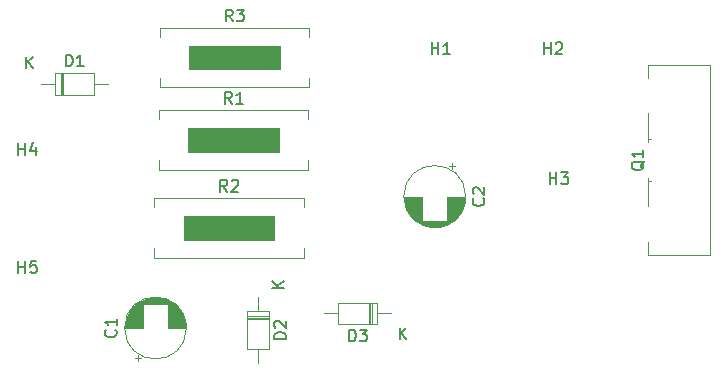
<source format=gbr>
%TF.GenerationSoftware,KiCad,Pcbnew,9.0.4*%
%TF.CreationDate,2025-09-20T20:44:59-07:00*%
%TF.ProjectId,SSTC,53535443-2e6b-4696-9361-645f70636258,rev?*%
%TF.SameCoordinates,Original*%
%TF.FileFunction,Legend,Top*%
%TF.FilePolarity,Positive*%
%FSLAX46Y46*%
G04 Gerber Fmt 4.6, Leading zero omitted, Abs format (unit mm)*
G04 Created by KiCad (PCBNEW 9.0.4) date 2025-09-20 20:44:59*
%MOMM*%
%LPD*%
G01*
G04 APERTURE LIST*
%ADD10C,0.150000*%
%ADD11C,0.120000*%
G04 APERTURE END LIST*
D10*
X-273390419Y-224711554D02*
X-273342800Y-224759173D01*
X-273342800Y-224759173D02*
X-273295180Y-224902030D01*
X-273295180Y-224902030D02*
X-273295180Y-224997268D01*
X-273295180Y-224997268D02*
X-273342800Y-225140125D01*
X-273342800Y-225140125D02*
X-273438038Y-225235363D01*
X-273438038Y-225235363D02*
X-273533276Y-225282982D01*
X-273533276Y-225282982D02*
X-273723752Y-225330601D01*
X-273723752Y-225330601D02*
X-273866609Y-225330601D01*
X-273866609Y-225330601D02*
X-274057085Y-225282982D01*
X-274057085Y-225282982D02*
X-274152323Y-225235363D01*
X-274152323Y-225235363D02*
X-274247561Y-225140125D01*
X-274247561Y-225140125D02*
X-274295180Y-224997268D01*
X-274295180Y-224997268D02*
X-274295180Y-224902030D01*
X-274295180Y-224902030D02*
X-274247561Y-224759173D01*
X-274247561Y-224759173D02*
X-274199942Y-224711554D01*
X-274199942Y-224330601D02*
X-274247561Y-224282982D01*
X-274247561Y-224282982D02*
X-274295180Y-224187744D01*
X-274295180Y-224187744D02*
X-274295180Y-223949649D01*
X-274295180Y-223949649D02*
X-274247561Y-223854411D01*
X-274247561Y-223854411D02*
X-274199942Y-223806792D01*
X-274199942Y-223806792D02*
X-274104704Y-223759173D01*
X-274104704Y-223759173D02*
X-274009466Y-223759173D01*
X-274009466Y-223759173D02*
X-273866609Y-223806792D01*
X-273866609Y-223806792D02*
X-273295180Y-224378220D01*
X-273295180Y-224378220D02*
X-273295180Y-223759173D01*
X-268261904Y-212504819D02*
X-268261904Y-211504819D01*
X-268261904Y-211981009D02*
X-267690476Y-211981009D01*
X-267690476Y-212504819D02*
X-267690476Y-211504819D01*
X-267261904Y-211600057D02*
X-267214285Y-211552438D01*
X-267214285Y-211552438D02*
X-267119047Y-211504819D01*
X-267119047Y-211504819D02*
X-266880952Y-211504819D01*
X-266880952Y-211504819D02*
X-266785714Y-211552438D01*
X-266785714Y-211552438D02*
X-266738095Y-211600057D01*
X-266738095Y-211600057D02*
X-266690476Y-211695295D01*
X-266690476Y-211695295D02*
X-266690476Y-211790533D01*
X-266690476Y-211790533D02*
X-266738095Y-211933390D01*
X-266738095Y-211933390D02*
X-267309523Y-212504819D01*
X-267309523Y-212504819D02*
X-266690476Y-212504819D01*
X-267761904Y-223504819D02*
X-267761904Y-222504819D01*
X-267761904Y-222981009D02*
X-267190476Y-222981009D01*
X-267190476Y-223504819D02*
X-267190476Y-222504819D01*
X-266809523Y-222504819D02*
X-266190476Y-222504819D01*
X-266190476Y-222504819D02*
X-266523809Y-222885771D01*
X-266523809Y-222885771D02*
X-266380952Y-222885771D01*
X-266380952Y-222885771D02*
X-266285714Y-222933390D01*
X-266285714Y-222933390D02*
X-266238095Y-222981009D01*
X-266238095Y-222981009D02*
X-266190476Y-223076247D01*
X-266190476Y-223076247D02*
X-266190476Y-223314342D01*
X-266190476Y-223314342D02*
X-266238095Y-223409580D01*
X-266238095Y-223409580D02*
X-266285714Y-223457200D01*
X-266285714Y-223457200D02*
X-266380952Y-223504819D01*
X-266380952Y-223504819D02*
X-266666666Y-223504819D01*
X-266666666Y-223504819D02*
X-266761904Y-223457200D01*
X-266761904Y-223457200D02*
X-266809523Y-223409580D01*
X-277761904Y-212504819D02*
X-277761904Y-211504819D01*
X-277761904Y-211981009D02*
X-277190476Y-211981009D01*
X-277190476Y-212504819D02*
X-277190476Y-211504819D01*
X-276190476Y-212504819D02*
X-276761904Y-212504819D01*
X-276476190Y-212504819D02*
X-276476190Y-211504819D01*
X-276476190Y-211504819D02*
X-276571428Y-211647676D01*
X-276571428Y-211647676D02*
X-276666666Y-211742914D01*
X-276666666Y-211742914D02*
X-276761904Y-211790533D01*
X-259729942Y-221545238D02*
X-259777561Y-221640476D01*
X-259777561Y-221640476D02*
X-259872800Y-221735714D01*
X-259872800Y-221735714D02*
X-260015657Y-221878571D01*
X-260015657Y-221878571D02*
X-260063276Y-221973809D01*
X-260063276Y-221973809D02*
X-260063276Y-222069047D01*
X-259825180Y-222021428D02*
X-259872800Y-222116666D01*
X-259872800Y-222116666D02*
X-259968038Y-222211904D01*
X-259968038Y-222211904D02*
X-260158514Y-222259523D01*
X-260158514Y-222259523D02*
X-260491847Y-222259523D01*
X-260491847Y-222259523D02*
X-260682323Y-222211904D01*
X-260682323Y-222211904D02*
X-260777561Y-222116666D01*
X-260777561Y-222116666D02*
X-260825180Y-222021428D01*
X-260825180Y-222021428D02*
X-260825180Y-221830952D01*
X-260825180Y-221830952D02*
X-260777561Y-221735714D01*
X-260777561Y-221735714D02*
X-260682323Y-221640476D01*
X-260682323Y-221640476D02*
X-260491847Y-221592857D01*
X-260491847Y-221592857D02*
X-260158514Y-221592857D01*
X-260158514Y-221592857D02*
X-259968038Y-221640476D01*
X-259968038Y-221640476D02*
X-259872800Y-221735714D01*
X-259872800Y-221735714D02*
X-259825180Y-221830952D01*
X-259825180Y-221830952D02*
X-259825180Y-222021428D01*
X-259825180Y-220640476D02*
X-259825180Y-221211904D01*
X-259825180Y-220926190D02*
X-260825180Y-220926190D01*
X-260825180Y-220926190D02*
X-260682323Y-221021428D01*
X-260682323Y-221021428D02*
X-260587085Y-221116666D01*
X-260587085Y-221116666D02*
X-260539466Y-221211904D01*
X-294606666Y-209714819D02*
X-294939999Y-209238628D01*
X-295178094Y-209714819D02*
X-295178094Y-208714819D01*
X-295178094Y-208714819D02*
X-294797142Y-208714819D01*
X-294797142Y-208714819D02*
X-294701904Y-208762438D01*
X-294701904Y-208762438D02*
X-294654285Y-208810057D01*
X-294654285Y-208810057D02*
X-294606666Y-208905295D01*
X-294606666Y-208905295D02*
X-294606666Y-209048152D01*
X-294606666Y-209048152D02*
X-294654285Y-209143390D01*
X-294654285Y-209143390D02*
X-294701904Y-209191009D01*
X-294701904Y-209191009D02*
X-294797142Y-209238628D01*
X-294797142Y-209238628D02*
X-295178094Y-209238628D01*
X-294273332Y-208714819D02*
X-293654285Y-208714819D01*
X-293654285Y-208714819D02*
X-293987618Y-209095771D01*
X-293987618Y-209095771D02*
X-293844761Y-209095771D01*
X-293844761Y-209095771D02*
X-293749523Y-209143390D01*
X-293749523Y-209143390D02*
X-293701904Y-209191009D01*
X-293701904Y-209191009D02*
X-293654285Y-209286247D01*
X-293654285Y-209286247D02*
X-293654285Y-209524342D01*
X-293654285Y-209524342D02*
X-293701904Y-209619580D01*
X-293701904Y-209619580D02*
X-293749523Y-209667200D01*
X-293749523Y-209667200D02*
X-293844761Y-209714819D01*
X-293844761Y-209714819D02*
X-294130475Y-209714819D01*
X-294130475Y-209714819D02*
X-294225713Y-209667200D01*
X-294225713Y-209667200D02*
X-294273332Y-209619580D01*
X-295076666Y-224134819D02*
X-295409999Y-223658628D01*
X-295648094Y-224134819D02*
X-295648094Y-223134819D01*
X-295648094Y-223134819D02*
X-295267142Y-223134819D01*
X-295267142Y-223134819D02*
X-295171904Y-223182438D01*
X-295171904Y-223182438D02*
X-295124285Y-223230057D01*
X-295124285Y-223230057D02*
X-295076666Y-223325295D01*
X-295076666Y-223325295D02*
X-295076666Y-223468152D01*
X-295076666Y-223468152D02*
X-295124285Y-223563390D01*
X-295124285Y-223563390D02*
X-295171904Y-223611009D01*
X-295171904Y-223611009D02*
X-295267142Y-223658628D01*
X-295267142Y-223658628D02*
X-295648094Y-223658628D01*
X-294695713Y-223230057D02*
X-294648094Y-223182438D01*
X-294648094Y-223182438D02*
X-294552856Y-223134819D01*
X-294552856Y-223134819D02*
X-294314761Y-223134819D01*
X-294314761Y-223134819D02*
X-294219523Y-223182438D01*
X-294219523Y-223182438D02*
X-294171904Y-223230057D01*
X-294171904Y-223230057D02*
X-294124285Y-223325295D01*
X-294124285Y-223325295D02*
X-294124285Y-223420533D01*
X-294124285Y-223420533D02*
X-294171904Y-223563390D01*
X-294171904Y-223563390D02*
X-294743332Y-224134819D01*
X-294743332Y-224134819D02*
X-294124285Y-224134819D01*
X-294676666Y-216684819D02*
X-295009999Y-216208628D01*
X-295248094Y-216684819D02*
X-295248094Y-215684819D01*
X-295248094Y-215684819D02*
X-294867142Y-215684819D01*
X-294867142Y-215684819D02*
X-294771904Y-215732438D01*
X-294771904Y-215732438D02*
X-294724285Y-215780057D01*
X-294724285Y-215780057D02*
X-294676666Y-215875295D01*
X-294676666Y-215875295D02*
X-294676666Y-216018152D01*
X-294676666Y-216018152D02*
X-294724285Y-216113390D01*
X-294724285Y-216113390D02*
X-294771904Y-216161009D01*
X-294771904Y-216161009D02*
X-294867142Y-216208628D01*
X-294867142Y-216208628D02*
X-295248094Y-216208628D01*
X-293724285Y-216684819D02*
X-294295713Y-216684819D01*
X-294009999Y-216684819D02*
X-294009999Y-215684819D01*
X-294009999Y-215684819D02*
X-294105237Y-215827676D01*
X-294105237Y-215827676D02*
X-294200475Y-215922914D01*
X-294200475Y-215922914D02*
X-294295713Y-215970533D01*
X-284753094Y-236814819D02*
X-284753094Y-235814819D01*
X-284753094Y-235814819D02*
X-284514999Y-235814819D01*
X-284514999Y-235814819D02*
X-284372142Y-235862438D01*
X-284372142Y-235862438D02*
X-284276904Y-235957676D01*
X-284276904Y-235957676D02*
X-284229285Y-236052914D01*
X-284229285Y-236052914D02*
X-284181666Y-236243390D01*
X-284181666Y-236243390D02*
X-284181666Y-236386247D01*
X-284181666Y-236386247D02*
X-284229285Y-236576723D01*
X-284229285Y-236576723D02*
X-284276904Y-236671961D01*
X-284276904Y-236671961D02*
X-284372142Y-236767200D01*
X-284372142Y-236767200D02*
X-284514999Y-236814819D01*
X-284514999Y-236814819D02*
X-284753094Y-236814819D01*
X-283848332Y-235814819D02*
X-283229285Y-235814819D01*
X-283229285Y-235814819D02*
X-283562618Y-236195771D01*
X-283562618Y-236195771D02*
X-283419761Y-236195771D01*
X-283419761Y-236195771D02*
X-283324523Y-236243390D01*
X-283324523Y-236243390D02*
X-283276904Y-236291009D01*
X-283276904Y-236291009D02*
X-283229285Y-236386247D01*
X-283229285Y-236386247D02*
X-283229285Y-236624342D01*
X-283229285Y-236624342D02*
X-283276904Y-236719580D01*
X-283276904Y-236719580D02*
X-283324523Y-236767200D01*
X-283324523Y-236767200D02*
X-283419761Y-236814819D01*
X-283419761Y-236814819D02*
X-283705475Y-236814819D01*
X-283705475Y-236814819D02*
X-283800713Y-236767200D01*
X-283800713Y-236767200D02*
X-283848332Y-236719580D01*
X-280466904Y-236644819D02*
X-280466904Y-235644819D01*
X-279895476Y-236644819D02*
X-280324047Y-236073390D01*
X-279895476Y-235644819D02*
X-280466904Y-236216247D01*
X-290095180Y-236593094D02*
X-291095180Y-236593094D01*
X-291095180Y-236593094D02*
X-291095180Y-236354999D01*
X-291095180Y-236354999D02*
X-291047561Y-236212142D01*
X-291047561Y-236212142D02*
X-290952323Y-236116904D01*
X-290952323Y-236116904D02*
X-290857085Y-236069285D01*
X-290857085Y-236069285D02*
X-290666609Y-236021666D01*
X-290666609Y-236021666D02*
X-290523752Y-236021666D01*
X-290523752Y-236021666D02*
X-290333276Y-236069285D01*
X-290333276Y-236069285D02*
X-290238038Y-236116904D01*
X-290238038Y-236116904D02*
X-290142800Y-236212142D01*
X-290142800Y-236212142D02*
X-290095180Y-236354999D01*
X-290095180Y-236354999D02*
X-290095180Y-236593094D01*
X-290999942Y-235640713D02*
X-291047561Y-235593094D01*
X-291047561Y-235593094D02*
X-291095180Y-235497856D01*
X-291095180Y-235497856D02*
X-291095180Y-235259761D01*
X-291095180Y-235259761D02*
X-291047561Y-235164523D01*
X-291047561Y-235164523D02*
X-290999942Y-235116904D01*
X-290999942Y-235116904D02*
X-290904704Y-235069285D01*
X-290904704Y-235069285D02*
X-290809466Y-235069285D01*
X-290809466Y-235069285D02*
X-290666609Y-235116904D01*
X-290666609Y-235116904D02*
X-290095180Y-235688332D01*
X-290095180Y-235688332D02*
X-290095180Y-235069285D01*
X-290265180Y-232306904D02*
X-291265180Y-232306904D01*
X-290265180Y-231735476D02*
X-290836609Y-232164047D01*
X-291265180Y-231735476D02*
X-290693752Y-232306904D01*
X-308728094Y-213534819D02*
X-308728094Y-212534819D01*
X-308728094Y-212534819D02*
X-308489999Y-212534819D01*
X-308489999Y-212534819D02*
X-308347142Y-212582438D01*
X-308347142Y-212582438D02*
X-308251904Y-212677676D01*
X-308251904Y-212677676D02*
X-308204285Y-212772914D01*
X-308204285Y-212772914D02*
X-308156666Y-212963390D01*
X-308156666Y-212963390D02*
X-308156666Y-213106247D01*
X-308156666Y-213106247D02*
X-308204285Y-213296723D01*
X-308204285Y-213296723D02*
X-308251904Y-213391961D01*
X-308251904Y-213391961D02*
X-308347142Y-213487200D01*
X-308347142Y-213487200D02*
X-308489999Y-213534819D01*
X-308489999Y-213534819D02*
X-308728094Y-213534819D01*
X-307204285Y-213534819D02*
X-307775713Y-213534819D01*
X-307489999Y-213534819D02*
X-307489999Y-212534819D01*
X-307489999Y-212534819D02*
X-307585237Y-212677676D01*
X-307585237Y-212677676D02*
X-307680475Y-212772914D01*
X-307680475Y-212772914D02*
X-307775713Y-212820533D01*
X-312061904Y-213704819D02*
X-312061904Y-212704819D01*
X-311490476Y-213704819D02*
X-311919047Y-213133390D01*
X-311490476Y-212704819D02*
X-312061904Y-213276247D01*
X-312761904Y-231004819D02*
X-312761904Y-230004819D01*
X-312761904Y-230481009D02*
X-312190476Y-230481009D01*
X-312190476Y-231004819D02*
X-312190476Y-230004819D01*
X-311238095Y-230004819D02*
X-311714285Y-230004819D01*
X-311714285Y-230004819D02*
X-311761904Y-230481009D01*
X-311761904Y-230481009D02*
X-311714285Y-230433390D01*
X-311714285Y-230433390D02*
X-311619047Y-230385771D01*
X-311619047Y-230385771D02*
X-311380952Y-230385771D01*
X-311380952Y-230385771D02*
X-311285714Y-230433390D01*
X-311285714Y-230433390D02*
X-311238095Y-230481009D01*
X-311238095Y-230481009D02*
X-311190476Y-230576247D01*
X-311190476Y-230576247D02*
X-311190476Y-230814342D01*
X-311190476Y-230814342D02*
X-311238095Y-230909580D01*
X-311238095Y-230909580D02*
X-311285714Y-230957200D01*
X-311285714Y-230957200D02*
X-311380952Y-231004819D01*
X-311380952Y-231004819D02*
X-311619047Y-231004819D01*
X-311619047Y-231004819D02*
X-311714285Y-230957200D01*
X-311714285Y-230957200D02*
X-311761904Y-230909580D01*
X-312761904Y-221004819D02*
X-312761904Y-220004819D01*
X-312761904Y-220481009D02*
X-312190476Y-220481009D01*
X-312190476Y-221004819D02*
X-312190476Y-220004819D01*
X-311285714Y-220338152D02*
X-311285714Y-221004819D01*
X-311523809Y-219957200D02*
X-311761904Y-220671485D01*
X-311761904Y-220671485D02*
X-311142857Y-220671485D01*
X-304530419Y-235841779D02*
X-304482800Y-235889398D01*
X-304482800Y-235889398D02*
X-304435180Y-236032255D01*
X-304435180Y-236032255D02*
X-304435180Y-236127493D01*
X-304435180Y-236127493D02*
X-304482800Y-236270350D01*
X-304482800Y-236270350D02*
X-304578038Y-236365588D01*
X-304578038Y-236365588D02*
X-304673276Y-236413207D01*
X-304673276Y-236413207D02*
X-304863752Y-236460826D01*
X-304863752Y-236460826D02*
X-305006609Y-236460826D01*
X-305006609Y-236460826D02*
X-305197085Y-236413207D01*
X-305197085Y-236413207D02*
X-305292323Y-236365588D01*
X-305292323Y-236365588D02*
X-305387561Y-236270350D01*
X-305387561Y-236270350D02*
X-305435180Y-236127493D01*
X-305435180Y-236127493D02*
X-305435180Y-236032255D01*
X-305435180Y-236032255D02*
X-305387561Y-235889398D01*
X-305387561Y-235889398D02*
X-305339942Y-235841779D01*
X-304435180Y-234889398D02*
X-304435180Y-235460826D01*
X-304435180Y-235175112D02*
X-305435180Y-235175112D01*
X-305435180Y-235175112D02*
X-305292323Y-235270350D01*
X-305292323Y-235270350D02*
X-305197085Y-235365588D01*
X-305197085Y-235365588D02*
X-305149466Y-235460826D01*
D11*
%TO.C,C2*%
X-274880000Y-224544888D02*
G75*
G02*
X-280120000Y-224544888I-2620000J0D01*
G01*
X-280120000Y-224544888D02*
G75*
G02*
X-274880000Y-224544888I2620000J0D01*
G01*
X-277217000Y-227144888D02*
X-277783000Y-227144888D01*
X-276983000Y-227104888D02*
X-278017000Y-227104888D01*
X-276823000Y-227064888D02*
X-278177000Y-227064888D01*
X-276695000Y-227024888D02*
X-278305000Y-227024888D01*
X-276586000Y-226984888D02*
X-278414000Y-226984888D01*
X-276489000Y-226944888D02*
X-278511000Y-226944888D01*
X-276402000Y-226904888D02*
X-278598000Y-226904888D01*
X-276323000Y-226864888D02*
X-278677000Y-226864888D01*
X-276249000Y-226824888D02*
X-278751000Y-226824888D01*
X-276181000Y-226784888D02*
X-278819000Y-226784888D01*
X-276117000Y-226744888D02*
X-278883000Y-226744888D01*
X-276057000Y-226704888D02*
X-278943000Y-226704888D01*
X-276001000Y-226664888D02*
X-278999000Y-226664888D01*
X-275947000Y-226624888D02*
X-279053000Y-226624888D01*
X-275896000Y-226584888D02*
X-279104000Y-226584888D01*
X-278540000Y-226544888D02*
X-279152000Y-226544888D01*
X-275848000Y-226544888D02*
X-276460000Y-226544888D01*
X-278540000Y-226504888D02*
X-279199000Y-226504888D01*
X-275801000Y-226504888D02*
X-276460000Y-226504888D01*
X-278540000Y-226464888D02*
X-279243000Y-226464888D01*
X-275757000Y-226464888D02*
X-276460000Y-226464888D01*
X-278540000Y-226424888D02*
X-279285000Y-226424888D01*
X-275715000Y-226424888D02*
X-276460000Y-226424888D01*
X-278540000Y-226384888D02*
X-279325000Y-226384888D01*
X-275675000Y-226384888D02*
X-276460000Y-226384888D01*
X-278540000Y-226344888D02*
X-279364000Y-226344888D01*
X-275636000Y-226344888D02*
X-276460000Y-226344888D01*
X-278540000Y-226304888D02*
X-279401000Y-226304888D01*
X-275599000Y-226304888D02*
X-276460000Y-226304888D01*
X-278540000Y-226264888D02*
X-279436000Y-226264888D01*
X-275564000Y-226264888D02*
X-276460000Y-226264888D01*
X-278540000Y-226224888D02*
X-279470000Y-226224888D01*
X-275530000Y-226224888D02*
X-276460000Y-226224888D01*
X-278540000Y-226184888D02*
X-279503000Y-226184888D01*
X-275497000Y-226184888D02*
X-276460000Y-226184888D01*
X-278540000Y-226144888D02*
X-279535000Y-226144888D01*
X-275465000Y-226144888D02*
X-276460000Y-226144888D01*
X-278540000Y-226104888D02*
X-279565000Y-226104888D01*
X-275435000Y-226104888D02*
X-276460000Y-226104888D01*
X-278540000Y-226064888D02*
X-279594000Y-226064888D01*
X-275406000Y-226064888D02*
X-276460000Y-226064888D01*
X-278540000Y-226024888D02*
X-279622000Y-226024888D01*
X-275378000Y-226024888D02*
X-276460000Y-226024888D01*
X-278540000Y-225984888D02*
X-279649000Y-225984888D01*
X-275351000Y-225984888D02*
X-276460000Y-225984888D01*
X-278540000Y-225944888D02*
X-279675000Y-225944888D01*
X-275325000Y-225944888D02*
X-276460000Y-225944888D01*
X-278540000Y-225904888D02*
X-279699000Y-225904888D01*
X-275301000Y-225904888D02*
X-276460000Y-225904888D01*
X-278540000Y-225864888D02*
X-279723000Y-225864888D01*
X-275277000Y-225864888D02*
X-276460000Y-225864888D01*
X-278540000Y-225824888D02*
X-279746000Y-225824888D01*
X-275254000Y-225824888D02*
X-276460000Y-225824888D01*
X-278540000Y-225784888D02*
X-279768000Y-225784888D01*
X-275232000Y-225784888D02*
X-276460000Y-225784888D01*
X-278540000Y-225744888D02*
X-279789000Y-225744888D01*
X-275211000Y-225744888D02*
X-276460000Y-225744888D01*
X-278540000Y-225704888D02*
X-279809000Y-225704888D01*
X-275191000Y-225704888D02*
X-276460000Y-225704888D01*
X-278540000Y-225664888D02*
X-279829000Y-225664888D01*
X-275171000Y-225664888D02*
X-276460000Y-225664888D01*
X-278540000Y-225624888D02*
X-279847000Y-225624888D01*
X-275153000Y-225624888D02*
X-276460000Y-225624888D01*
X-278540000Y-225584888D02*
X-279865000Y-225584888D01*
X-275135000Y-225584888D02*
X-276460000Y-225584888D01*
X-278540000Y-225544888D02*
X-279882000Y-225544888D01*
X-275118000Y-225544888D02*
X-276460000Y-225544888D01*
X-278540000Y-225504888D02*
X-279898000Y-225504888D01*
X-275102000Y-225504888D02*
X-276460000Y-225504888D01*
X-278540000Y-225464888D02*
X-279913000Y-225464888D01*
X-275087000Y-225464888D02*
X-276460000Y-225464888D01*
X-278540000Y-225424888D02*
X-279928000Y-225424888D01*
X-275072000Y-225424888D02*
X-276460000Y-225424888D01*
X-278540000Y-225384888D02*
X-279942000Y-225384888D01*
X-275058000Y-225384888D02*
X-276460000Y-225384888D01*
X-278540000Y-225344888D02*
X-279955000Y-225344888D01*
X-275045000Y-225344888D02*
X-276460000Y-225344888D01*
X-278540000Y-225304888D02*
X-279967000Y-225304888D01*
X-275033000Y-225304888D02*
X-276460000Y-225304888D01*
X-278540000Y-225264888D02*
X-279979000Y-225264888D01*
X-275021000Y-225264888D02*
X-276460000Y-225264888D01*
X-278540000Y-225224888D02*
X-279990000Y-225224888D01*
X-275010000Y-225224888D02*
X-276460000Y-225224888D01*
X-278540000Y-225184888D02*
X-280001000Y-225184888D01*
X-274999000Y-225184888D02*
X-276460000Y-225184888D01*
X-278540000Y-225144888D02*
X-280010000Y-225144888D01*
X-274990000Y-225144888D02*
X-276460000Y-225144888D01*
X-278540000Y-225104888D02*
X-280019000Y-225104888D01*
X-274981000Y-225104888D02*
X-276460000Y-225104888D01*
X-278540000Y-225064888D02*
X-280028000Y-225064888D01*
X-274972000Y-225064888D02*
X-276460000Y-225064888D01*
X-278540000Y-225024888D02*
X-280036000Y-225024888D01*
X-274964000Y-225024888D02*
X-276460000Y-225024888D01*
X-278540000Y-224984888D02*
X-280043000Y-224984888D01*
X-274957000Y-224984888D02*
X-276460000Y-224984888D01*
X-278540000Y-224944888D02*
X-280049000Y-224944888D01*
X-274951000Y-224944888D02*
X-276460000Y-224944888D01*
X-278540000Y-224904888D02*
X-280055000Y-224904888D01*
X-274945000Y-224904888D02*
X-276460000Y-224904888D01*
X-278540000Y-224864888D02*
X-280060000Y-224864888D01*
X-274940000Y-224864888D02*
X-276460000Y-224864888D01*
X-278540000Y-224824888D02*
X-280065000Y-224824888D01*
X-274935000Y-224824888D02*
X-276460000Y-224824888D01*
X-278540000Y-224784888D02*
X-280069000Y-224784888D01*
X-274931000Y-224784888D02*
X-276460000Y-224784888D01*
X-278540000Y-224744888D02*
X-280072000Y-224744888D01*
X-274928000Y-224744888D02*
X-276460000Y-224744888D01*
X-278540000Y-224704888D02*
X-280075000Y-224704888D01*
X-274925000Y-224704888D02*
X-276460000Y-224704888D01*
X-278540000Y-224664888D02*
X-280077000Y-224664888D01*
X-274923000Y-224664888D02*
X-276460000Y-224664888D01*
X-278540000Y-224624888D02*
X-280079000Y-224624888D01*
X-274921000Y-224624888D02*
X-276460000Y-224624888D01*
X-278540000Y-224584888D02*
X-280080000Y-224584888D01*
X-274920000Y-224584888D02*
X-276460000Y-224584888D01*
X-278540000Y-224544888D02*
X-280080000Y-224544888D01*
X-274920000Y-224544888D02*
X-276460000Y-224544888D01*
X-275775000Y-221990113D02*
X-276275000Y-221990113D01*
X-276025000Y-221740113D02*
X-276025000Y-222240113D01*
%TO.C,Q1*%
X-259440000Y-229510000D02*
X-259440000Y-228410000D01*
X-254190000Y-229510000D02*
X-259440000Y-229510000D01*
X-259440000Y-225390000D02*
X-259440000Y-222960000D01*
X-259440000Y-223255000D02*
X-259220000Y-223255000D01*
X-259440000Y-219940000D02*
X-259440000Y-217510000D01*
X-259440000Y-219645000D02*
X-259220000Y-219645000D01*
X-259440000Y-214490000D02*
X-259440000Y-213390000D01*
X-259440000Y-213390000D02*
X-254190000Y-213390000D01*
X-254190000Y-213390000D02*
X-254190000Y-229510000D01*
%TO.C,R3*%
X-300760000Y-210260000D02*
X-288120000Y-210260000D01*
X-300760000Y-211040000D02*
X-300760000Y-210260000D01*
X-300760000Y-214520000D02*
X-300760000Y-215300000D01*
X-300760000Y-215300000D02*
X-288120000Y-215300000D01*
X-288120000Y-210260000D02*
X-288120000Y-211040000D01*
X-288120000Y-215300000D02*
X-288120000Y-214520000D01*
X-298280000Y-211780000D02*
X-290600000Y-211780000D01*
X-290600000Y-213780000D01*
X-298280000Y-213780000D01*
X-298280000Y-211780000D01*
G36*
X-298280000Y-211780000D02*
G01*
X-290600000Y-211780000D01*
X-290600000Y-213780000D01*
X-298280000Y-213780000D01*
X-298280000Y-211780000D01*
G37*
%TO.C,R2*%
X-301230000Y-224680000D02*
X-288590000Y-224680000D01*
X-301230000Y-225460000D02*
X-301230000Y-224680000D01*
X-301230000Y-228940000D02*
X-301230000Y-229720000D01*
X-301230000Y-229720000D02*
X-288590000Y-229720000D01*
X-288590000Y-224680000D02*
X-288590000Y-225460000D01*
X-288590000Y-229720000D02*
X-288590000Y-228940000D01*
X-298750000Y-226200000D02*
X-291070000Y-226200000D01*
X-291070000Y-228200000D01*
X-298750000Y-228200000D01*
X-298750000Y-226200000D01*
G36*
X-298750000Y-226200000D02*
G01*
X-291070000Y-226200000D01*
X-291070000Y-228200000D01*
X-298750000Y-228200000D01*
X-298750000Y-226200000D01*
G37*
%TO.C,R1*%
X-300830000Y-217230000D02*
X-288190000Y-217230000D01*
X-300830000Y-218010000D02*
X-300830000Y-217230000D01*
X-300830000Y-221490000D02*
X-300830000Y-222270000D01*
X-300830000Y-222270000D02*
X-288190000Y-222270000D01*
X-288190000Y-217230000D02*
X-288190000Y-218010000D01*
X-288190000Y-222270000D02*
X-288190000Y-221490000D01*
X-298350000Y-218750000D02*
X-290670000Y-218750000D01*
X-290670000Y-220750000D01*
X-298350000Y-220750000D01*
X-298350000Y-218750000D01*
G36*
X-298350000Y-218750000D02*
G01*
X-290670000Y-218750000D01*
X-290670000Y-220750000D01*
X-298350000Y-220750000D01*
X-298350000Y-218750000D01*
G37*
%TO.C,D3*%
X-281195000Y-234440000D02*
X-282375000Y-234440000D01*
X-282831000Y-235360000D02*
X-282831000Y-233520000D01*
X-282951000Y-235360000D02*
X-282951000Y-233520000D01*
X-283071000Y-235360000D02*
X-283071000Y-233520000D01*
X-286835000Y-234440000D02*
X-285655000Y-234440000D01*
X-282375000Y-235360000D02*
X-285655000Y-235360000D01*
X-285655000Y-233520000D01*
X-282375000Y-233520000D01*
X-282375000Y-235360000D01*
%TO.C,D2*%
X-292470000Y-233035000D02*
X-292470000Y-234215000D01*
X-291550000Y-234671000D02*
X-293390000Y-234671000D01*
X-291550000Y-234791000D02*
X-293390000Y-234791000D01*
X-291550000Y-234911000D02*
X-293390000Y-234911000D01*
X-292470000Y-238675000D02*
X-292470000Y-237495000D01*
X-291550000Y-234215000D02*
X-293390000Y-234215000D01*
X-293390000Y-237495000D01*
X-291550000Y-237495000D01*
X-291550000Y-234215000D01*
%TO.C,D1*%
X-310810000Y-215000000D02*
X-309630000Y-215000000D01*
X-309174000Y-214080000D02*
X-309174000Y-215920000D01*
X-309054000Y-214080000D02*
X-309054000Y-215920000D01*
X-308934000Y-214080000D02*
X-308934000Y-215920000D01*
X-305170000Y-215000000D02*
X-306350000Y-215000000D01*
X-309630000Y-214080000D02*
X-306350000Y-214080000D01*
X-306350000Y-215920000D01*
X-309630000Y-215920000D01*
X-309630000Y-214080000D01*
%TO.C,C1*%
X-302615000Y-238479888D02*
X-302615000Y-237979888D01*
X-302865000Y-238229888D02*
X-302365000Y-238229888D01*
X-303720000Y-235675113D02*
X-302180000Y-235675113D01*
X-300100000Y-235675113D02*
X-298560000Y-235675113D01*
X-303720000Y-235635113D02*
X-302180000Y-235635113D01*
X-300100000Y-235635113D02*
X-298560000Y-235635113D01*
X-303719000Y-235595113D02*
X-302180000Y-235595113D01*
X-300100000Y-235595113D02*
X-298561000Y-235595113D01*
X-303717000Y-235555113D02*
X-302180000Y-235555113D01*
X-300100000Y-235555113D02*
X-298563000Y-235555113D01*
X-303715000Y-235515113D02*
X-302180000Y-235515113D01*
X-300100000Y-235515113D02*
X-298565000Y-235515113D01*
X-303712000Y-235475113D02*
X-302180000Y-235475113D01*
X-300100000Y-235475113D02*
X-298568000Y-235475113D01*
X-303709000Y-235435113D02*
X-302180000Y-235435113D01*
X-300100000Y-235435113D02*
X-298571000Y-235435113D01*
X-303705000Y-235395113D02*
X-302180000Y-235395113D01*
X-300100000Y-235395113D02*
X-298575000Y-235395113D01*
X-303700000Y-235355113D02*
X-302180000Y-235355113D01*
X-300100000Y-235355113D02*
X-298580000Y-235355113D01*
X-303695000Y-235315113D02*
X-302180000Y-235315113D01*
X-300100000Y-235315113D02*
X-298585000Y-235315113D01*
X-303689000Y-235275113D02*
X-302180000Y-235275113D01*
X-300100000Y-235275113D02*
X-298591000Y-235275113D01*
X-303683000Y-235235113D02*
X-302180000Y-235235113D01*
X-300100000Y-235235113D02*
X-298597000Y-235235113D01*
X-303676000Y-235195113D02*
X-302180000Y-235195113D01*
X-300100000Y-235195113D02*
X-298604000Y-235195113D01*
X-303668000Y-235155113D02*
X-302180000Y-235155113D01*
X-300100000Y-235155113D02*
X-298612000Y-235155113D01*
X-303659000Y-235115113D02*
X-302180000Y-235115113D01*
X-300100000Y-235115113D02*
X-298621000Y-235115113D01*
X-303650000Y-235075113D02*
X-302180000Y-235075113D01*
X-300100000Y-235075113D02*
X-298630000Y-235075113D01*
X-303641000Y-235035113D02*
X-302180000Y-235035113D01*
X-300100000Y-235035113D02*
X-298639000Y-235035113D01*
X-303630000Y-234995113D02*
X-302180000Y-234995113D01*
X-300100000Y-234995113D02*
X-298650000Y-234995113D01*
X-303619000Y-234955113D02*
X-302180000Y-234955113D01*
X-300100000Y-234955113D02*
X-298661000Y-234955113D01*
X-303607000Y-234915113D02*
X-302180000Y-234915113D01*
X-300100000Y-234915113D02*
X-298673000Y-234915113D01*
X-303595000Y-234875113D02*
X-302180000Y-234875113D01*
X-300100000Y-234875113D02*
X-298685000Y-234875113D01*
X-303582000Y-234835113D02*
X-302180000Y-234835113D01*
X-300100000Y-234835113D02*
X-298698000Y-234835113D01*
X-303568000Y-234795113D02*
X-302180000Y-234795113D01*
X-300100000Y-234795113D02*
X-298712000Y-234795113D01*
X-303553000Y-234755113D02*
X-302180000Y-234755113D01*
X-300100000Y-234755113D02*
X-298727000Y-234755113D01*
X-303538000Y-234715113D02*
X-302180000Y-234715113D01*
X-300100000Y-234715113D02*
X-298742000Y-234715113D01*
X-303522000Y-234675113D02*
X-302180000Y-234675113D01*
X-300100000Y-234675113D02*
X-298758000Y-234675113D01*
X-303505000Y-234635113D02*
X-302180000Y-234635113D01*
X-300100000Y-234635113D02*
X-298775000Y-234635113D01*
X-303487000Y-234595113D02*
X-302180000Y-234595113D01*
X-300100000Y-234595113D02*
X-298793000Y-234595113D01*
X-303469000Y-234555113D02*
X-302180000Y-234555113D01*
X-300100000Y-234555113D02*
X-298811000Y-234555113D01*
X-303449000Y-234515113D02*
X-302180000Y-234515113D01*
X-300100000Y-234515113D02*
X-298831000Y-234515113D01*
X-303429000Y-234475113D02*
X-302180000Y-234475113D01*
X-300100000Y-234475113D02*
X-298851000Y-234475113D01*
X-303408000Y-234435113D02*
X-302180000Y-234435113D01*
X-300100000Y-234435113D02*
X-298872000Y-234435113D01*
X-303386000Y-234395113D02*
X-302180000Y-234395113D01*
X-300100000Y-234395113D02*
X-298894000Y-234395113D01*
X-303363000Y-234355113D02*
X-302180000Y-234355113D01*
X-300100000Y-234355113D02*
X-298917000Y-234355113D01*
X-303339000Y-234315113D02*
X-302180000Y-234315113D01*
X-300100000Y-234315113D02*
X-298941000Y-234315113D01*
X-303315000Y-234275113D02*
X-302180000Y-234275113D01*
X-300100000Y-234275113D02*
X-298965000Y-234275113D01*
X-303289000Y-234235113D02*
X-302180000Y-234235113D01*
X-300100000Y-234235113D02*
X-298991000Y-234235113D01*
X-303262000Y-234195113D02*
X-302180000Y-234195113D01*
X-300100000Y-234195113D02*
X-299018000Y-234195113D01*
X-303234000Y-234155113D02*
X-302180000Y-234155113D01*
X-300100000Y-234155113D02*
X-299046000Y-234155113D01*
X-303205000Y-234115113D02*
X-302180000Y-234115113D01*
X-300100000Y-234115113D02*
X-299075000Y-234115113D01*
X-303175000Y-234075113D02*
X-302180000Y-234075113D01*
X-300100000Y-234075113D02*
X-299105000Y-234075113D01*
X-303143000Y-234035113D02*
X-302180000Y-234035113D01*
X-300100000Y-234035113D02*
X-299137000Y-234035113D01*
X-303110000Y-233995113D02*
X-302180000Y-233995113D01*
X-300100000Y-233995113D02*
X-299170000Y-233995113D01*
X-303076000Y-233955113D02*
X-302180000Y-233955113D01*
X-300100000Y-233955113D02*
X-299204000Y-233955113D01*
X-303041000Y-233915113D02*
X-302180000Y-233915113D01*
X-300100000Y-233915113D02*
X-299239000Y-233915113D01*
X-303004000Y-233875113D02*
X-302180000Y-233875113D01*
X-300100000Y-233875113D02*
X-299276000Y-233875113D01*
X-302965000Y-233835113D02*
X-302180000Y-233835113D01*
X-300100000Y-233835113D02*
X-299315000Y-233835113D01*
X-302925000Y-233795113D02*
X-302180000Y-233795113D01*
X-300100000Y-233795113D02*
X-299355000Y-233795113D01*
X-302883000Y-233755113D02*
X-302180000Y-233755113D01*
X-300100000Y-233755113D02*
X-299397000Y-233755113D01*
X-302839000Y-233715113D02*
X-302180000Y-233715113D01*
X-300100000Y-233715113D02*
X-299441000Y-233715113D01*
X-302792000Y-233675113D02*
X-302180000Y-233675113D01*
X-300100000Y-233675113D02*
X-299488000Y-233675113D01*
X-302744000Y-233635113D02*
X-299536000Y-233635113D01*
X-302693000Y-233595113D02*
X-299587000Y-233595113D01*
X-302639000Y-233555113D02*
X-299641000Y-233555113D01*
X-302583000Y-233515113D02*
X-299697000Y-233515113D01*
X-302523000Y-233475113D02*
X-299757000Y-233475113D01*
X-302459000Y-233435113D02*
X-299821000Y-233435113D01*
X-302391000Y-233395113D02*
X-299889000Y-233395113D01*
X-302317000Y-233355113D02*
X-299963000Y-233355113D01*
X-302238000Y-233315113D02*
X-300042000Y-233315113D01*
X-302151000Y-233275113D02*
X-300129000Y-233275113D01*
X-302054000Y-233235113D02*
X-300226000Y-233235113D01*
X-301945000Y-233195113D02*
X-300335000Y-233195113D01*
X-301817000Y-233155113D02*
X-300463000Y-233155113D01*
X-301657000Y-233115113D02*
X-300623000Y-233115113D01*
X-301423000Y-233075113D02*
X-300857000Y-233075113D01*
X-298520000Y-235675113D02*
G75*
G02*
X-303760000Y-235675113I-2620000J0D01*
G01*
X-303760000Y-235675113D02*
G75*
G02*
X-298520000Y-235675113I2620000J0D01*
G01*
%TD*%
M02*

</source>
